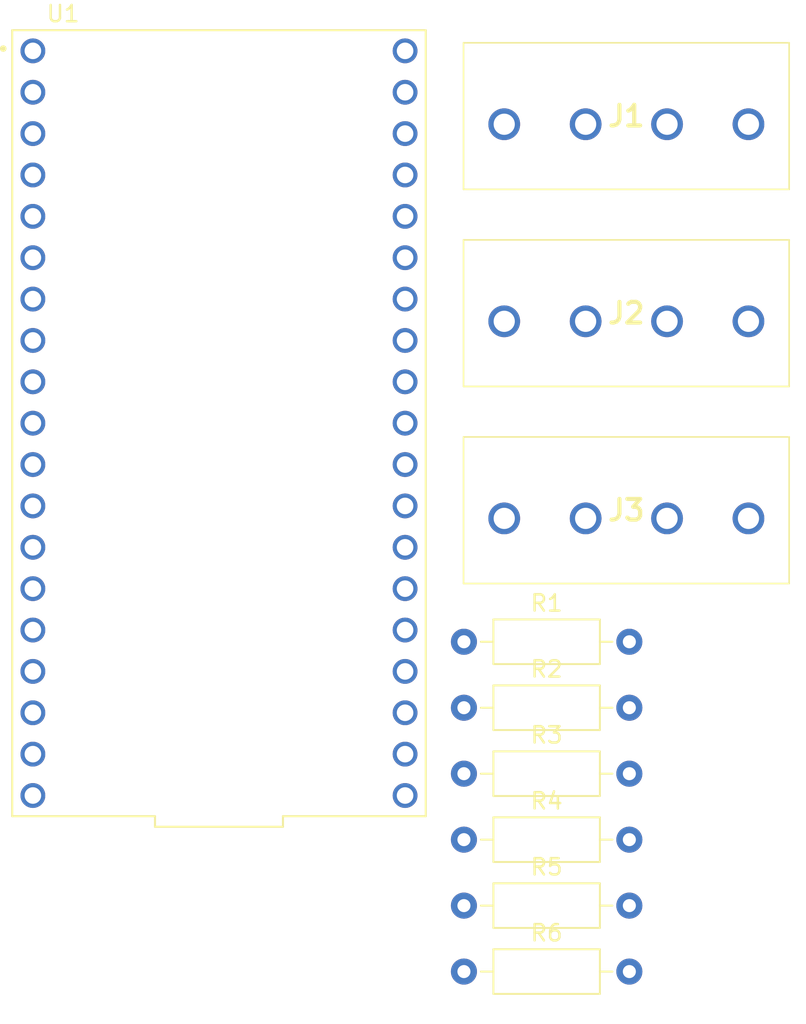
<source format=kicad_pcb>
(kicad_pcb (version 20240108) (generator "pcbnew") (generator_version "8.0")
  (layers (0 "F.Cu" signal) (31 "B.Cu" signal) (34 "B.Paste" user) (35 "F.Paste" user) (36 "B.SilkS" user "B.Silkscreen") (37 "F.SilkS" user "F.Silkscreen") (38 "B.Mask" user) (39 "F.Mask" user) (44 "Edge.Cuts" user))
  (net 0 "")
  (net 1 "Net-(U1-IO14)")
  (net 3 "Net-(J1-Pad2)")
  (net 23 "Net-(U1-IO13)")
  (net 32 "Net-(U1-GND-PadJ1_14)")
  (footprint "Resistor_THT:R_Axial_DIN0207_L6.3mm_D2.5mm_P10.16mm_Horizontal" (layer "F.Cu") (at 130.475 96.56)
    (property "Reference" "R1" (at 5.08 -2.37 0) (layer "F.SilkS"))
    (property "Value" "R")
    (fp_line (start 1.04 0) (end 1.81 0) (stroke (width 0.12)) (layer "F.SilkS"))
    (fp_line (start 1.81 -1.37) (end 1.81 1.37) (stroke (width 0.12)) (layer "F.SilkS"))
    (fp_line (start 1.81 1.37) (end 8.35 1.37) (stroke (width 0.12)) (layer "F.SilkS"))
    (fp_line (start 8.35 -1.37) (end 1.81 -1.37) (stroke (width 0.12)) (layer "F.SilkS"))
    (fp_line (start 8.35 1.37) (end 8.35 -1.37) (stroke (width 0.12)) (layer "F.SilkS"))
    (fp_line (start 9.12 0) (end 8.35 0) (stroke (width 0.12)) (layer "F.SilkS"))
    (pad "1" thru_hole circle (at 0 0) (size 1.6 1.6) (drill 0.8) (layers "*.Cu" "*.Mask"))
    (pad "2" thru_hole oval (at 10.16 0) (size 1.6 1.6) (drill 0.8) (layers "*.Cu" "*.Mask"))
  )
  (footprint "Resistor_THT:R_Axial_DIN0207_L6.3mm_D2.5mm_P10.16mm_Horizontal" (layer "F.Cu") (at 130.475 104.66)
    (property "Reference" "R3" (at 5.08 -2.37 0) (layer "F.SilkS"))
    (property "Value" "R")
    (fp_line (start 1.04 0) (end 1.81 0) (stroke (width 0.12)) (layer "F.SilkS"))
    (fp_line (start 1.81 -1.37) (end 1.81 1.37) (stroke (width 0.12)) (layer "F.SilkS"))
    (fp_line (start 1.81 1.37) (end 8.35 1.37) (stroke (width 0.12)) (layer "F.SilkS"))
    (fp_line (start 8.35 -1.37) (end 1.81 -1.37) (stroke (width 0.12)) (layer "F.SilkS"))
    (fp_line (start 8.35 1.37) (end 8.35 -1.37) (stroke (width 0.12)) (layer "F.SilkS"))
    (fp_line (start 9.12 0) (end 8.35 0) (stroke (width 0.12)) (layer "F.SilkS"))
    (pad "1" thru_hole circle (at 0 0) (size 1.6 1.6) (drill 0.8) (layers "*.Cu" "*.Mask"))
    (pad "2" thru_hole oval (at 10.16 0) (size 1.6 1.6) (drill 0.8) (layers "*.Cu" "*.Mask"))
  )
  (footprint "Resistor_THT:R_Axial_DIN0207_L6.3mm_D2.5mm_P10.16mm_Horizontal" (layer "F.Cu") (at 130.475 116.81)
    (property "Reference" "R6" (at 5.08 -2.37 0) (layer "F.SilkS"))
    (property "Value" "R")
    (fp_line (start 1.04 0) (end 1.81 0) (stroke (width 0.12)) (layer "F.SilkS"))
    (fp_line (start 1.81 -1.37) (end 1.81 1.37) (stroke (width 0.12)) (layer "F.SilkS"))
    (fp_line (start 1.81 1.37) (end 8.35 1.37) (stroke (width 0.12)) (layer "F.SilkS"))
    (fp_line (start 8.35 -1.37) (end 1.81 -1.37) (stroke (width 0.12)) (layer "F.SilkS"))
    (fp_line (start 8.35 1.37) (end 8.35 -1.37) (stroke (width 0.12)) (layer "F.SilkS"))
    (fp_line (start 9.12 0) (end 8.35 0) (stroke (width 0.12)) (layer "F.SilkS"))
    (pad "1" thru_hole circle (at 0 0) (size 1.6 1.6) (drill 0.8) (layers "*.Cu" "*.Mask") (net 3 "Net-(J1-Pad2)"))
    (pad "2" thru_hole oval (at 10.16 0) (size 1.6 1.6) (drill 0.8) (layers "*.Cu" "*.Mask") (net 23 "Net-(U1-IO13)"))
  )
  (footprint "LEDController:TB00150004BE" (layer "F.Cu") (at 132.95 88.985)
    (property "Reference" "J3" (at 7.5 -0.5 0) (layer "F.SilkS") (effects (font (size 1.27 1.27) (thickness 0.254))))
    (property "Value" "TB001-500-04BE" (hide yes))
    (fp_line (start -2.5 -5) (end 17.5 -5) (stroke (width 0.1)) (layer "F.SilkS"))
    (fp_line (start -2.5 4) (end -2.5 -5) (stroke (width 0.1)) (layer "F.SilkS"))
    (fp_line (start 17.5 -5) (end 17.5 4) (stroke (width 0.1)) (layer "F.SilkS"))
    (fp_line (start 17.5 4) (end -2.5 4) (stroke (width 0.1)) (layer "F.SilkS"))
    (pad "1" thru_hole circle (at 0 0) (size 1.95 1.95) (drill 1.3) (layers "*.Cu" "*.Mask"))
    (pad "2" thru_hole circle (at 5 0) (size 1.95 1.95) (drill 1.3) (layers "*.Cu" "*.Mask"))
    (pad "3" thru_hole circle (at 10 0) (size 1.95 1.95) (drill 1.3) (layers "*.Cu" "*.Mask"))
    (pad "4" thru_hole circle (at 15 0) (size 1.95 1.95) (drill 1.3) (layers "*.Cu" "*.Mask"))
  )
  (footprint "LEDController:TB00150004BE" (layer "F.Cu") (at 132.95 64.785)
    (property "Reference" "J1" (at 7.5 -0.5 0) (layer "F.SilkS") (effects (font (size 1.27 1.27) (thickness 0.254))))
    (property "Value" "TB001-500-04BE" (hide yes))
    (fp_line (start -2.5 -5) (end 17.5 -5) (stroke (width 0.1)) (layer "F.SilkS"))
    (fp_line (start -2.5 4) (end -2.5 -5) (stroke (width 0.1)) (layer "F.SilkS"))
    (fp_line (start 17.5 -5) (end 17.5 4) (stroke (width 0.1)) (layer "F.SilkS"))
    (fp_line (start 17.5 4) (end -2.5 4) (stroke (width 0.1)) (layer "F.SilkS"))
    (pad "1" thru_hole circle (at 0 0) (size 1.95 1.95) (drill 1.3) (layers "*.Cu" "*.Mask") (net 1 "Net-(U1-IO14)"))
    (pad "2" thru_hole circle (at 5 0) (size 1.95 1.95) (drill 1.3) (layers "*.Cu" "*.Mask") (net 3 "Net-(J1-Pad2)"))
    (pad "3" thru_hole circle (at 10 0) (size 1.95 1.95) (drill 1.3) (layers "*.Cu" "*.Mask"))
    (pad "4" thru_hole circle (at 15 0) (size 1.95 1.95) (drill 1.3) (layers "*.Cu" "*.Mask"))
  )
  (footprint "LEDController:MODULE_NODEMCU-32S" (layer "F.Cu") (at 115.43 83.14)
    (property "Reference" "U1" (at -9.575 -25.135 0) (layer "F.SilkS"))
    (property "Value" "NODEMCU-32S")
    (fp_line (start -12.7 -24.13) (end 12.7 -24.13) (stroke (width 0.127)) (layer "F.SilkS"))
    (fp_line (start -12.7 24.13) (end -12.7 -24.13) (stroke (width 0.127)) (layer "F.SilkS"))
    (fp_line (start -3.93 24.13) (end -12.7 24.13) (stroke (width 0.127)) (layer "F.SilkS"))
    (fp_line (start -3.93 24.13) (end -3.93 24.78) (stroke (width 0.127)) (layer "F.SilkS"))
    (fp_line (start -3.93 24.78) (end 3.93 24.78) (stroke (width 0.127)) (layer "F.SilkS"))
    (fp_line (start 3.93 24.78) (end 3.93 24.13) (stroke (width 0.127)) (layer "F.SilkS"))
    (fp_line (start 12.7 -24.13) (end 12.7 24.13) (stroke (width 0.127)) (layer "F.SilkS"))
    (fp_line (start 12.7 24.13) (end 3.93 24.13) (stroke (width 0.127)) (layer "F.SilkS"))
    (fp_circle (center -13.25 -23) (end -13.15 -23) (stroke (width 0.2)) (fill none) (layer "F.SilkS"))
    (pad "J1_1" thru_hole circle (at -11.43 -22.86) (size 1.524 1.524) (drill 1.016) (layers "*.Cu" "*.Mask"))
    (pad "J1_2" thru_hole circle (at -11.43 -20.32) (size 1.524 1.524) (drill 1.016) (layers "*.Cu" "*.Mask"))
    (pad "J1_3" thru_hole circle (at -11.43 -17.78) (size 1.524 1.524) (drill 1.016) (layers "*.Cu" "*.Mask"))
    (pad "J1_4" thru_hole circle (at -11.43 -15.24) (size 1.524 1.524) (drill 1.016) (layers "*.Cu" "*.Mask"))
    (pad "J1_5" thru_hole circle (at -11.43 -12.7) (size 1.524 1.524) (drill 1.016) (layers "*.Cu" "*.Mask"))
    (pad "J1_6" thru_hole circle (at -11.43 -10.16) (size 1.524 1.524) (drill 1.016) (layers "*.Cu" "*.Mask"))
    (pad "J1_7" thru_hole circle (at -11.43 -7.62) (size 1.524 1.524) (drill 1.016) (layers "*.Cu" "*.Mask"))
    (pad "J1_8" thru_hole circle (at -11.43 -5.08) (size 1.524 1.524) (drill 1.016) (layers "*.Cu" "*.Mask"))
    (pad "J1_9" thru_hole circle (at -11.43 -2.54) (size 1.524 1.524) (drill 1.016) (layers "*.Cu" "*.Mask"))
    (pad "J1_10" thru_hole circle (at -11.43 0) (size 1.524 1.524) (drill 1.016) (layers "*.Cu" "*.Mask"))
    (pad "J1_11" thru_hole circle (at -11.43 2.54) (size 1.524 1.524) (drill 1.016) (layers "*.Cu" "*.Mask"))
    (pad "J1_12" thru_hole circle (at -11.43 5.08) (size 1.524 1.524) (drill 1.016) (layers "*.Cu" "*.Mask") (net 1 "Net-(U1-IO14)"))
    (pad "J1_13" thru_hole circle (at -11.43 7.62) (size 1.524 1.524) (drill 1.016) (layers "*.Cu" "*.Mask"))
    (pad "J1_14" thru_hole circle (at -11.43 10.16) (size 1.524 1.524) (drill 1.016) (layers "*.Cu" "*.Mask") (net 32 "Net-(U1-GND-PadJ1_14)"))
    (pad "J1_15" thru_hole circle (at -11.43 12.7) (size 1.524 1.524) (drill 1.016) (layers "*.Cu" "*.Mask") (net 23 "Net-(U1-IO13)"))
    (pad "J1_16" thru_hole circle (at -11.43 15.24) (size 1.524 1.524) (drill 1.016) (layers "*.Cu" "*.Mask"))
    (pad "J1_17" thru_hole circle (at -11.43 17.78) (size 1.524 1.524) (drill 1.016) (layers "*.Cu" "*.Mask"))
    (pad "J1_18" thru_hole circle (at -11.43 20.32) (size 1.524 1.524) (drill 1.016) (layers "*.Cu" "*.Mask"))
    (pad "J1_19" thru_hole circle (at -11.43 22.86) (size 1.524 1.524) (drill 1.016) (layers "*.Cu" "*.Mask"))
    (pad "J2_1" thru_hole circle (at 11.43 -22.86) (size 1.524 1.524) (drill 1.016) (layers "*.Cu" "*.Mask") (net 32 "Net-(U1-GND-PadJ1_14)"))
    (pad "J2_2" thru_hole circle (at 11.43 -20.32) (size 1.524 1.524) (drill 1.016) (layers "*.Cu" "*.Mask"))
    (pad "J2_3" thru_hole circle (at 11.43 -17.78) (size 1.524 1.524) (drill 1.016) (layers "*.Cu" "*.Mask"))
    (pad "J2_4" thru_hole circle (at 11.43 -15.24) (size 1.524 1.524) (drill 1.016) (layers "*.Cu" "*.Mask"))
    (pad "J2_5" thru_hole circle (at 11.43 -12.7) (size 1.524 1.524) (drill 1.016) (layers "*.Cu" "*.Mask"))
    (pad "J2_6" thru_hole circle (at 11.43 -10.16) (size 1.524 1.524) (drill 1.016) (layers "*.Cu" "*.Mask"))
    (pad "J2_7" thru_hole circle (at 11.43 -7.62) (size 1.524 1.524) (drill 1.016) (layers "*.Cu" "*.Mask") (net 32 "Net-(U1-GND-PadJ1_14)"))
    (pad "J2_8" thru_hole circle (at 11.43 -5.08) (size 1.524 1.524) (drill 1.016) (layers "*.Cu" "*.Mask"))
    (pad "J2_9" thru_hole circle (at 11.43 -2.54) (size 1.524 1.524) (drill 1.016) (layers "*.Cu" "*.Mask"))
    (pad "J2_10" thru_hole circle (at 11.43 0) (size 1.524 1.524) (drill 1.016) (layers "*.Cu" "*.Mask"))
    (pad "J2_11" thru_hole circle (at 11.43 2.54) (size 1.524 1.524) (drill 1.016) (layers "*.Cu" "*.Mask"))
    (pad "J2_12" thru_hole circle (at 11.43 5.08) (size 1.524 1.524) (drill 1.016) (layers "*.Cu" "*.Mask"))
    (pad "J2_13" thru_hole circle (at 11.43 7.62) (size 1.524 1.524) (drill 1.016) (layers "*.Cu" "*.Mask"))
    (pad "J2_14" thru_hole circle (at 11.43 10.16) (size 1.524 1.524) (drill 1.016) (layers "*.Cu" "*.Mask"))
    (pad "J2_15" thru_hole circle (at 11.43 12.7) (size 1.524 1.524) (drill 1.016) (layers "*.Cu" "*.Mask"))
    (pad "J2_16" thru_hole circle (at 11.43 15.24) (size 1.524 1.524) (drill 1.016) (layers "*.Cu" "*.Mask"))
    (pad "J2_17" thru_hole circle (at 11.43 17.78) (size 1.524 1.524) (drill 1.016) (layers "*.Cu" "*.Mask"))
    (pad "J2_18" thru_hole circle (at 11.43 20.32) (size 1.524 1.524) (drill 1.016) (layers "*.Cu" "*.Mask"))
    (pad "J2_19" thru_hole circle (at 11.43 22.86) (size 1.524 1.524) (drill 1.016) (layers "*.Cu" "*.Mask"))
  )
  (footprint "LEDController:TB00150004BE" (layer "F.Cu") (at 132.95 76.885)
    (property "Reference" "J2" (at 7.5 -0.5 0) (layer "F.SilkS") (effects (font (size 1.27 1.27) (thickness 0.254))))
    (property "Value" "TB001-500-04BE" (hide yes))
    (fp_line (start -2.5 -5) (end 17.5 -5) (stroke (width 0.1)) (layer "F.SilkS"))
    (fp_line (start -2.5 4) (end -2.5 -5) (stroke (width 0.1)) (layer "F.SilkS"))
    (fp_line (start 17.5 -5) (end 17.5 4) (stroke (width 0.1)) (layer "F.SilkS"))
    (fp_line (start 17.5 4) (end -2.5 4) (stroke (width 0.1)) (layer "F.SilkS"))
    (pad "1" thru_hole circle (at 0 0) (size 1.95 1.95) (drill 1.3) (layers "*.Cu" "*.Mask"))
    (pad "2" thru_hole circle (at 5 0) (size 1.95 1.95) (drill 1.3) (layers "*.Cu" "*.Mask"))
    (pad "3" thru_hole circle (at 10 0) (size 1.95 1.95) (drill 1.3) (layers "*.Cu" "*.Mask"))
    (pad "4" thru_hole circle (at 15 0) (size 1.95 1.95) (drill 1.3) (layers "*.Cu" "*.Mask"))
  )
  (footprint "Resistor_THT:R_Axial_DIN0207_L6.3mm_D2.5mm_P10.16mm_Horizontal" (layer "F.Cu") (at 130.475 112.76)
    (property "Reference" "R5" (at 5.08 -2.37 0) (layer "F.SilkS"))
    (property "Value" "R")
    (fp_line (start 1.04 0) (end 1.81 0) (stroke (width 0.12)) (layer "F.SilkS"))
    (fp_line (start 1.81 -1.37) (end 1.81 1.37) (stroke (width 0.12)) (layer "F.SilkS"))
    (fp_line (start 1.81 1.37) (end 8.35 1.37) (stroke (width 0.12)) (layer "F.SilkS"))
    (fp_line (start 8.35 -1.37) (end 1.81 -1.37) (stroke (width 0.12)) (layer "F.SilkS"))
    (fp_line (start 8.35 1.37) (end 8.35 -1.37) (stroke (width 0.12)) (layer "F.SilkS"))
    (fp_line (start 9.12 0) (end 8.35 0) (stroke (width 0.12)) (layer "F.SilkS"))
    (pad "1" thru_hole circle (at 0 0) (size 1.6 1.6) (drill 0.8) (layers "*.Cu" "*.Mask"))
    (pad "2" thru_hole oval (at 10.16 0) (size 1.6 1.6) (drill 0.8) (layers "*.Cu" "*.Mask"))
  )
  (footprint "Resistor_THT:R_Axial_DIN0207_L6.3mm_D2.5mm_P10.16mm_Horizontal" (layer "F.Cu") (at 130.475 100.61)
    (property "Reference" "R2" (at 5.08 -2.37 0) (layer "F.SilkS"))
    (property "Value" "R")
    (fp_line (start 1.04 0) (end 1.81 0) (stroke (width 0.12)) (layer "F.SilkS"))
    (fp_line (start 1.81 -1.37) (end 1.81 1.37) (stroke (width 0.12)) (layer "F.SilkS"))
    (fp_line (start 1.81 1.37) (end 8.35 1.37) (stroke (width 0.12)) (layer "F.SilkS"))
    (fp_line (start 8.35 -1.37) (end 1.81 -1.37) (stroke (width 0.12)) (layer "F.SilkS"))
    (fp_line (start 8.35 1.37) (end 8.35 -1.37) (stroke (width 0.12)) (layer "F.SilkS"))
    (fp_line (start 9.12 0) (end 8.35 0) (stroke (width 0.12)) (layer "F.SilkS"))
    (pad "1" thru_hole circle (at 0 0) (size 1.6 1.6) (drill 0.8) (layers "*.Cu" "*.Mask"))
    (pad "2" thru_hole oval (at 10.16 0) (size 1.6 1.6) (drill 0.8) (layers "*.Cu" "*.Mask"))
  )
  (footprint "Resistor_THT:R_Axial_DIN0207_L6.3mm_D2.5mm_P10.16mm_Horizontal" (layer "F.Cu") (at 130.475 108.71)
    (property "Reference" "R4" (at 5.08 -2.37 0) (layer "F.SilkS"))
    (property "Value" "R")
    (fp_line (start 1.04 0) (end 1.81 0) (stroke (width 0.12)) (layer "F.SilkS"))
    (fp_line (start 1.81 -1.37) (end 1.81 1.37) (stroke (width 0.12)) (layer "F.SilkS"))
    (fp_line (start 1.81 1.37) (end 8.35 1.37) (stroke (width 0.12)) (layer "F.SilkS"))
    (fp_line (start 8.35 -1.37) (end 1.81 -1.37) (stroke (width 0.12)) (layer "F.SilkS"))
    (fp_line (start 8.35 1.37) (end 8.35 -1.37) (stroke (width 0.12)) (layer "F.SilkS"))
    (fp_line (start 9.12 0) (end 8.35 0) (stroke (width 0.12)) (layer "F.SilkS"))
    (pad "1" thru_hole circle (at 0 0) (size 1.6 1.6) (drill 0.8) (layers "*.Cu" "*.Mask"))
    (pad "2" thru_hole oval (at 10.16 0) (size 1.6 1.6) (drill 0.8) (layers "*.Cu" "*.Mask"))
  )
)
</source>
